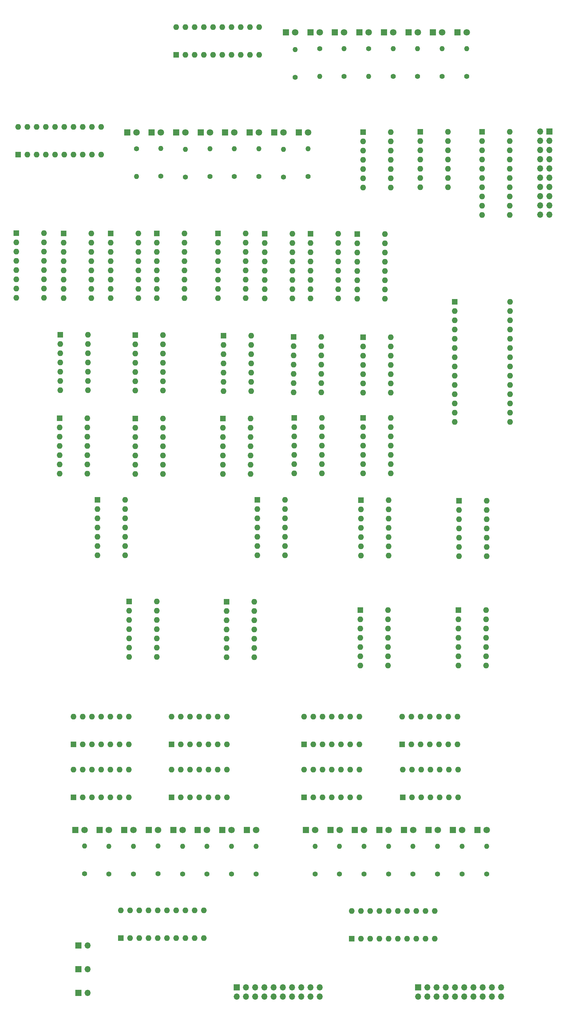
<source format=gbr>
G04 #@! TF.GenerationSoftware,KiCad,Pcbnew,8.0.2*
G04 #@! TF.CreationDate,2024-05-23T11:52:18+02:00*
G04 #@! TF.ProjectId,final-alu,66696e61-6c2d-4616-9c75-2e6b69636164,rev?*
G04 #@! TF.SameCoordinates,Original*
G04 #@! TF.FileFunction,Soldermask,Bot*
G04 #@! TF.FilePolarity,Negative*
%FSLAX46Y46*%
G04 Gerber Fmt 4.6, Leading zero omitted, Abs format (unit mm)*
G04 Created by KiCad (PCBNEW 8.0.2) date 2024-05-23 11:52:18*
%MOMM*%
%LPD*%
G01*
G04 APERTURE LIST*
%ADD10R,1.600000X1.600000*%
%ADD11O,1.600000X1.600000*%
%ADD12C,1.400000*%
%ADD13O,1.400000X1.400000*%
%ADD14R,1.800000X1.800000*%
%ADD15C,1.800000*%
%ADD16R,1.700000X1.700000*%
%ADD17O,1.700000X1.700000*%
G04 APERTURE END LIST*
D10*
X110625000Y-126175000D03*
D11*
X110625000Y-128715000D03*
X110625000Y-131255000D03*
X110625000Y-133795000D03*
X110625000Y-136335000D03*
X110625000Y-138875000D03*
X110625000Y-141415000D03*
X110625000Y-143955000D03*
X118245000Y-143955000D03*
X118245000Y-141415000D03*
X118245000Y-138875000D03*
X118245000Y-136335000D03*
X118245000Y-133795000D03*
X118245000Y-131255000D03*
X118245000Y-128715000D03*
X118245000Y-126175000D03*
D10*
X96795000Y-154040000D03*
D11*
X96795000Y-156580000D03*
X96795000Y-159120000D03*
X96795000Y-161660000D03*
X96795000Y-164200000D03*
X96795000Y-166740000D03*
X96795000Y-169280000D03*
X104415000Y-169280000D03*
X104415000Y-166740000D03*
X104415000Y-164200000D03*
X104415000Y-161660000D03*
X104415000Y-159120000D03*
X104415000Y-156580000D03*
X104415000Y-154040000D03*
D10*
X141750000Y-154330000D03*
D11*
X141750000Y-156870000D03*
X141750000Y-159410000D03*
X141750000Y-161950000D03*
X141750000Y-164490000D03*
X141750000Y-167030000D03*
X141750000Y-169570000D03*
X149370000Y-169570000D03*
X149370000Y-167030000D03*
X149370000Y-164490000D03*
X149370000Y-161950000D03*
X149370000Y-159410000D03*
X149370000Y-156870000D03*
X149370000Y-154330000D03*
D12*
X143925000Y-302312500D03*
D13*
X143925000Y-294692500D03*
D14*
X115175000Y-98455000D03*
D15*
X117715000Y-98455000D03*
D12*
X195175000Y-83062500D03*
D13*
X195175000Y-75442500D03*
D12*
X207410000Y-302325000D03*
D13*
X207410000Y-294705000D03*
D12*
X137965000Y-110575000D03*
D13*
X137965000Y-102955000D03*
D10*
X153055000Y-126305000D03*
D11*
X153055000Y-128845000D03*
X153055000Y-131385000D03*
X153055000Y-133925000D03*
X153055000Y-136465000D03*
X153055000Y-139005000D03*
X153055000Y-141545000D03*
X153055000Y-144085000D03*
X160675000Y-144085000D03*
X160675000Y-141545000D03*
X160675000Y-139005000D03*
X160675000Y-136465000D03*
X160675000Y-133925000D03*
X160675000Y-131385000D03*
X160675000Y-128845000D03*
X160675000Y-126305000D03*
D12*
X130425000Y-302312500D03*
D13*
X130425000Y-294692500D03*
D12*
X188425000Y-83062500D03*
D13*
X188425000Y-75442500D03*
D12*
X214160000Y-302325000D03*
D13*
X214160000Y-294705000D03*
D12*
X180410000Y-302325000D03*
D13*
X180410000Y-294705000D03*
D12*
X110175000Y-302312500D03*
D13*
X110175000Y-294692500D03*
D10*
X195880000Y-98300000D03*
D11*
X195880000Y-100840000D03*
X195880000Y-103380000D03*
X195880000Y-105920000D03*
X195880000Y-108460000D03*
X195880000Y-111000000D03*
X195880000Y-113540000D03*
X203500000Y-113540000D03*
X203500000Y-111000000D03*
X203500000Y-108460000D03*
X203500000Y-105920000D03*
X203500000Y-103380000D03*
X203500000Y-100840000D03*
X203500000Y-98300000D03*
D14*
X107620000Y-290192500D03*
D15*
X110160000Y-290192500D03*
D10*
X127435000Y-281205000D03*
D11*
X129975000Y-281205000D03*
X132515000Y-281205000D03*
X135055000Y-281205000D03*
X137595000Y-281205000D03*
X140135000Y-281205000D03*
X142675000Y-281205000D03*
X142675000Y-273585000D03*
X140135000Y-273585000D03*
X137595000Y-273585000D03*
X135055000Y-273585000D03*
X132515000Y-273585000D03*
X129975000Y-273585000D03*
X127435000Y-273585000D03*
D14*
X100870000Y-290192500D03*
D15*
X103410000Y-290192500D03*
D10*
X100425000Y-281205000D03*
D11*
X102965000Y-281205000D03*
X105505000Y-281205000D03*
X108045000Y-281205000D03*
X110585000Y-281205000D03*
X113125000Y-281205000D03*
X115665000Y-281205000D03*
X115665000Y-273585000D03*
X113125000Y-273585000D03*
X110585000Y-273585000D03*
X108045000Y-273585000D03*
X105505000Y-273585000D03*
X102965000Y-273585000D03*
X100425000Y-273585000D03*
D12*
X150675000Y-302312500D03*
D13*
X150675000Y-294692500D03*
D14*
X158885000Y-70942500D03*
D15*
X161425000Y-70942500D03*
D10*
X206425000Y-229755000D03*
D11*
X206425000Y-232295000D03*
X206425000Y-234835000D03*
X206425000Y-237375000D03*
X206425000Y-239915000D03*
X206425000Y-242455000D03*
X206425000Y-244995000D03*
X214045000Y-244995000D03*
X214045000Y-242455000D03*
X214045000Y-239915000D03*
X214045000Y-237375000D03*
X214045000Y-234835000D03*
X214045000Y-232295000D03*
X214045000Y-229755000D03*
D10*
X163885000Y-281255000D03*
D11*
X166425000Y-281255000D03*
X168965000Y-281255000D03*
X171505000Y-281255000D03*
X174045000Y-281255000D03*
X176585000Y-281255000D03*
X179125000Y-281255000D03*
X179125000Y-273635000D03*
X176585000Y-273635000D03*
X174045000Y-273635000D03*
X171505000Y-273635000D03*
X168965000Y-273635000D03*
X166425000Y-273635000D03*
X163885000Y-273635000D03*
D14*
X134635000Y-290192500D03*
D15*
X137175000Y-290192500D03*
D10*
X177000000Y-320075000D03*
D11*
X179540000Y-320075000D03*
X182080000Y-320075000D03*
X184620000Y-320075000D03*
X187160000Y-320075000D03*
X189700000Y-320075000D03*
X192240000Y-320075000D03*
X194780000Y-320075000D03*
X197320000Y-320075000D03*
X199860000Y-320075000D03*
X199860000Y-312455000D03*
X197320000Y-312455000D03*
X194780000Y-312455000D03*
X192240000Y-312455000D03*
X189700000Y-312455000D03*
X187160000Y-312455000D03*
X184620000Y-312455000D03*
X182080000Y-312455000D03*
X179540000Y-312455000D03*
X177000000Y-312455000D03*
D14*
X121120000Y-290192500D03*
D15*
X123660000Y-290192500D03*
D14*
X164410000Y-290205000D03*
D15*
X166950000Y-290205000D03*
D14*
X141385000Y-290192500D03*
D15*
X143925000Y-290192500D03*
D14*
X114370000Y-290192500D03*
D15*
X116910000Y-290192500D03*
D12*
X158215000Y-110705000D03*
D13*
X158215000Y-103085000D03*
D14*
X199410000Y-70942500D03*
D15*
X201950000Y-70942500D03*
D10*
X205375000Y-145000000D03*
D11*
X205375000Y-147540000D03*
X205375000Y-150080000D03*
X205375000Y-152620000D03*
X205375000Y-155160000D03*
X205375000Y-157700000D03*
X205375000Y-160240000D03*
X205375000Y-162780000D03*
X205375000Y-165320000D03*
X205375000Y-167860000D03*
X205375000Y-170400000D03*
X205375000Y-172940000D03*
X205375000Y-175480000D03*
X205375000Y-178020000D03*
X220615000Y-178020000D03*
X220615000Y-175480000D03*
X220615000Y-172940000D03*
X220615000Y-170400000D03*
X220615000Y-167860000D03*
X220615000Y-165320000D03*
X220615000Y-162780000D03*
X220615000Y-160240000D03*
X220615000Y-157700000D03*
X220615000Y-155160000D03*
X220615000Y-152620000D03*
X220615000Y-150080000D03*
X220615000Y-147540000D03*
X220615000Y-145000000D03*
D12*
X200660000Y-302325000D03*
D13*
X200660000Y-294705000D03*
D14*
X179135000Y-70942500D03*
D15*
X181675000Y-70942500D03*
D14*
X162425000Y-98455000D03*
D15*
X164965000Y-98455000D03*
D16*
X231500000Y-98170000D03*
D17*
X228960000Y-98170000D03*
X231500000Y-100710000D03*
X228960000Y-100710000D03*
X231500000Y-103250000D03*
X228960000Y-103250000D03*
X231500000Y-105790000D03*
X228960000Y-105790000D03*
X231500000Y-108330000D03*
X228960000Y-108330000D03*
X231500000Y-110870000D03*
X228960000Y-110870000D03*
X231500000Y-113410000D03*
X228960000Y-113410000D03*
X231500000Y-115950000D03*
X228960000Y-115950000D03*
X231500000Y-118490000D03*
X228960000Y-118490000D03*
X231500000Y-121030000D03*
X228960000Y-121030000D03*
D14*
X171175000Y-290205000D03*
D15*
X173715000Y-290205000D03*
D10*
X180175000Y-154715000D03*
D11*
X180175000Y-157255000D03*
X180175000Y-159795000D03*
X180175000Y-162335000D03*
X180175000Y-164875000D03*
X180175000Y-167415000D03*
X180175000Y-169955000D03*
X187795000Y-169955000D03*
X187795000Y-167415000D03*
X187795000Y-164875000D03*
X187795000Y-162335000D03*
X187795000Y-159795000D03*
X187795000Y-157255000D03*
X187795000Y-154715000D03*
D12*
X187160000Y-302325000D03*
D13*
X187160000Y-294705000D03*
D10*
X179555000Y-199505000D03*
D11*
X179555000Y-202045000D03*
X179555000Y-204585000D03*
X179555000Y-207125000D03*
X179555000Y-209665000D03*
X179555000Y-212205000D03*
X179555000Y-214745000D03*
X187175000Y-214745000D03*
X187175000Y-212205000D03*
X187175000Y-209665000D03*
X187175000Y-207125000D03*
X187175000Y-204585000D03*
X187175000Y-202045000D03*
X187175000Y-199505000D03*
D14*
X128675000Y-98455000D03*
D15*
X131215000Y-98455000D03*
D14*
X184660000Y-290205000D03*
D15*
X187200000Y-290205000D03*
D16*
X101750000Y-322000000D03*
D17*
X104290000Y-322000000D03*
D10*
X163925000Y-266705000D03*
D11*
X166465000Y-266705000D03*
X169005000Y-266705000D03*
X171545000Y-266705000D03*
X174085000Y-266705000D03*
X176625000Y-266705000D03*
X179165000Y-266705000D03*
X179165000Y-259085000D03*
X176625000Y-259085000D03*
X174085000Y-259085000D03*
X171545000Y-259085000D03*
X169005000Y-259085000D03*
X166465000Y-259085000D03*
X163925000Y-259085000D03*
D12*
X208675000Y-83062500D03*
D13*
X208675000Y-75442500D03*
D10*
X113435000Y-319955000D03*
D11*
X115975000Y-319955000D03*
X118515000Y-319955000D03*
X121055000Y-319955000D03*
X123595000Y-319955000D03*
X126135000Y-319955000D03*
X128675000Y-319955000D03*
X131215000Y-319955000D03*
X133755000Y-319955000D03*
X136295000Y-319955000D03*
X136295000Y-312335000D03*
X133755000Y-312335000D03*
X131215000Y-312335000D03*
X128675000Y-312335000D03*
X126135000Y-312335000D03*
X123595000Y-312335000D03*
X121055000Y-312335000D03*
X118515000Y-312335000D03*
X115975000Y-312335000D03*
X113435000Y-312335000D03*
D10*
X127385000Y-266705000D03*
D11*
X129925000Y-266705000D03*
X132465000Y-266705000D03*
X135005000Y-266705000D03*
X137545000Y-266705000D03*
X140085000Y-266705000D03*
X142625000Y-266705000D03*
X142625000Y-259085000D03*
X140085000Y-259085000D03*
X137545000Y-259085000D03*
X135005000Y-259085000D03*
X132465000Y-259085000D03*
X129925000Y-259085000D03*
X127385000Y-259085000D03*
D10*
X115685000Y-227425000D03*
D11*
X115685000Y-229965000D03*
X115685000Y-232505000D03*
X115685000Y-235045000D03*
X115685000Y-237585000D03*
X115685000Y-240125000D03*
X115685000Y-242665000D03*
X123305000Y-242665000D03*
X123305000Y-240125000D03*
X123305000Y-237585000D03*
X123305000Y-235045000D03*
X123305000Y-232505000D03*
X123305000Y-229965000D03*
X123305000Y-227425000D03*
D10*
X141555000Y-177125000D03*
D11*
X141555000Y-179665000D03*
X141555000Y-182205000D03*
X141555000Y-184745000D03*
X141555000Y-187285000D03*
X141555000Y-189825000D03*
X141555000Y-192365000D03*
X149175000Y-192365000D03*
X149175000Y-189825000D03*
X149175000Y-187285000D03*
X149175000Y-184745000D03*
X149175000Y-182205000D03*
X149175000Y-179665000D03*
X149175000Y-177125000D03*
D16*
X101790000Y-328475000D03*
D17*
X104330000Y-328475000D03*
D10*
X142555000Y-227465000D03*
D11*
X142555000Y-230005000D03*
X142555000Y-232545000D03*
X142555000Y-235085000D03*
X142555000Y-237625000D03*
X142555000Y-240165000D03*
X142555000Y-242705000D03*
X150175000Y-242705000D03*
X150175000Y-240165000D03*
X150175000Y-237625000D03*
X150175000Y-235085000D03*
X150175000Y-232545000D03*
X150175000Y-230005000D03*
X150175000Y-227465000D03*
D10*
X117425000Y-177125000D03*
D11*
X117425000Y-179665000D03*
X117425000Y-182205000D03*
X117425000Y-184745000D03*
X117425000Y-187285000D03*
X117425000Y-189825000D03*
X117425000Y-192365000D03*
X125045000Y-192365000D03*
X125045000Y-189825000D03*
X125045000Y-187285000D03*
X125045000Y-184745000D03*
X125045000Y-182205000D03*
X125045000Y-179665000D03*
X125045000Y-177125000D03*
D14*
X204910000Y-290205000D03*
D15*
X207450000Y-290205000D03*
D10*
X117425000Y-154125000D03*
D11*
X117425000Y-156665000D03*
X117425000Y-159205000D03*
X117425000Y-161745000D03*
X117425000Y-164285000D03*
X117425000Y-166825000D03*
X117425000Y-169365000D03*
X125045000Y-169365000D03*
X125045000Y-166825000D03*
X125045000Y-164285000D03*
X125045000Y-161745000D03*
X125045000Y-159205000D03*
X125045000Y-156665000D03*
X125045000Y-154125000D03*
D12*
X161425000Y-83312500D03*
D13*
X161425000Y-75692500D03*
D12*
X151465000Y-110515000D03*
D13*
X151465000Y-102895000D03*
D16*
X101790000Y-334975000D03*
D17*
X104330000Y-334975000D03*
D12*
X131215000Y-110705000D03*
D13*
X131215000Y-103085000D03*
D14*
X192675000Y-70942500D03*
D15*
X195215000Y-70942500D03*
D14*
X121940000Y-98455000D03*
D15*
X124480000Y-98455000D03*
D10*
X140175000Y-126215000D03*
D11*
X140175000Y-128755000D03*
X140175000Y-131295000D03*
X140175000Y-133835000D03*
X140175000Y-136375000D03*
X140175000Y-138915000D03*
X140175000Y-141455000D03*
X140175000Y-143995000D03*
X147795000Y-143995000D03*
X147795000Y-141455000D03*
X147795000Y-138915000D03*
X147795000Y-136375000D03*
X147795000Y-133835000D03*
X147795000Y-131295000D03*
X147795000Y-128755000D03*
X147795000Y-126215000D03*
D10*
X191050000Y-281255000D03*
D11*
X193590000Y-281255000D03*
X196130000Y-281255000D03*
X198670000Y-281255000D03*
X201210000Y-281255000D03*
X203750000Y-281255000D03*
X206290000Y-281255000D03*
X206290000Y-273635000D03*
X203750000Y-273635000D03*
X201210000Y-273635000D03*
X198670000Y-273635000D03*
X196130000Y-273635000D03*
X193590000Y-273635000D03*
X191050000Y-273635000D03*
D14*
X127885000Y-290192500D03*
D15*
X130425000Y-290192500D03*
D16*
X195315000Y-333455000D03*
D17*
X195315000Y-335995000D03*
X197855000Y-333455000D03*
X197855000Y-335995000D03*
X200395000Y-333455000D03*
X200395000Y-335995000D03*
X202935000Y-333455000D03*
X202935000Y-335995000D03*
X205475000Y-333455000D03*
X205475000Y-335995000D03*
X208015000Y-333455000D03*
X208015000Y-335995000D03*
X210555000Y-333455000D03*
X210555000Y-335995000D03*
X213095000Y-333455000D03*
X213095000Y-335995000D03*
X215635000Y-333455000D03*
X215635000Y-335995000D03*
X218175000Y-333455000D03*
X218175000Y-335995000D03*
D10*
X180130000Y-98380000D03*
D11*
X180130000Y-100920000D03*
X180130000Y-103460000D03*
X180130000Y-106000000D03*
X180130000Y-108540000D03*
X180130000Y-111080000D03*
X180130000Y-113620000D03*
X187750000Y-113620000D03*
X187750000Y-111080000D03*
X187750000Y-108540000D03*
X187750000Y-106000000D03*
X187750000Y-103460000D03*
X187750000Y-100920000D03*
X187750000Y-98380000D03*
D12*
X193910000Y-302325000D03*
D13*
X193910000Y-294705000D03*
D10*
X97675000Y-126215000D03*
D11*
X97675000Y-128755000D03*
X97675000Y-131295000D03*
X97675000Y-133835000D03*
X97675000Y-136375000D03*
X97675000Y-138915000D03*
X97675000Y-141455000D03*
X97675000Y-143995000D03*
X105295000Y-143995000D03*
X105295000Y-141455000D03*
X105295000Y-138915000D03*
X105295000Y-136375000D03*
X105295000Y-133835000D03*
X105295000Y-131295000D03*
X105295000Y-128755000D03*
X105295000Y-126215000D03*
D12*
X173660000Y-302325000D03*
D13*
X173660000Y-294705000D03*
D14*
X172385000Y-70942500D03*
D15*
X174925000Y-70942500D03*
D10*
X190925000Y-266705000D03*
D11*
X193465000Y-266705000D03*
X196005000Y-266705000D03*
X198545000Y-266705000D03*
X201085000Y-266705000D03*
X203625000Y-266705000D03*
X206165000Y-266705000D03*
X206165000Y-259085000D03*
X203625000Y-259085000D03*
X201085000Y-259085000D03*
X198545000Y-259085000D03*
X196005000Y-259085000D03*
X193465000Y-259085000D03*
X190925000Y-259085000D03*
D12*
X116925000Y-302312500D03*
D13*
X116925000Y-294692500D03*
D10*
X165675000Y-126305000D03*
D11*
X165675000Y-128845000D03*
X165675000Y-131385000D03*
X165675000Y-133925000D03*
X165675000Y-136465000D03*
X165675000Y-139005000D03*
X165675000Y-141545000D03*
X165675000Y-144085000D03*
X173295000Y-144085000D03*
X173295000Y-141545000D03*
X173295000Y-139005000D03*
X173295000Y-136465000D03*
X173295000Y-133925000D03*
X173295000Y-131385000D03*
X173295000Y-128845000D03*
X173295000Y-126305000D03*
D10*
X123305000Y-126175000D03*
D11*
X123305000Y-128715000D03*
X123305000Y-131255000D03*
X123305000Y-133795000D03*
X123305000Y-136335000D03*
X123305000Y-138875000D03*
X123305000Y-141415000D03*
X123305000Y-143955000D03*
X130925000Y-143955000D03*
X130925000Y-141415000D03*
X130925000Y-138875000D03*
X130925000Y-136335000D03*
X130925000Y-133795000D03*
X130925000Y-131255000D03*
X130925000Y-128715000D03*
X130925000Y-126175000D03*
D12*
X166910000Y-302325000D03*
D13*
X166910000Y-294705000D03*
D12*
X174925000Y-83062500D03*
D13*
X174925000Y-75442500D03*
D14*
X191410000Y-290205000D03*
D15*
X193950000Y-290205000D03*
D10*
X128640000Y-77120000D03*
D11*
X131180000Y-77120000D03*
X133720000Y-77120000D03*
X136260000Y-77120000D03*
X138800000Y-77120000D03*
X141340000Y-77120000D03*
X143880000Y-77120000D03*
X146420000Y-77120000D03*
X148960000Y-77120000D03*
X151500000Y-77120000D03*
X151500000Y-69500000D03*
X148960000Y-69500000D03*
X146420000Y-69500000D03*
X143880000Y-69500000D03*
X141340000Y-69500000D03*
X138800000Y-69500000D03*
X136260000Y-69500000D03*
X133720000Y-69500000D03*
X131180000Y-69500000D03*
X128640000Y-69500000D03*
D10*
X212880000Y-98250000D03*
D11*
X212880000Y-100790000D03*
X212880000Y-103330000D03*
X212880000Y-105870000D03*
X212880000Y-108410000D03*
X212880000Y-110950000D03*
X212880000Y-113490000D03*
X212880000Y-116030000D03*
X212880000Y-118570000D03*
X212880000Y-121110000D03*
X220500000Y-121110000D03*
X220500000Y-118570000D03*
X220500000Y-116030000D03*
X220500000Y-113490000D03*
X220500000Y-110950000D03*
X220500000Y-108410000D03*
X220500000Y-105870000D03*
X220500000Y-103330000D03*
X220500000Y-100790000D03*
X220500000Y-98250000D03*
D12*
X123675000Y-302252500D03*
D13*
X123675000Y-294632500D03*
D10*
X178555000Y-126385000D03*
D11*
X178555000Y-128925000D03*
X178555000Y-131465000D03*
X178555000Y-134005000D03*
X178555000Y-136545000D03*
X178555000Y-139085000D03*
X178555000Y-141625000D03*
X178555000Y-144165000D03*
X186175000Y-144165000D03*
X186175000Y-141625000D03*
X186175000Y-139085000D03*
X186175000Y-136545000D03*
X186175000Y-134005000D03*
X186175000Y-131465000D03*
X186175000Y-128925000D03*
X186175000Y-126385000D03*
D12*
X144715000Y-110515000D03*
D13*
X144715000Y-102895000D03*
D10*
X151045000Y-199465000D03*
D11*
X151045000Y-202005000D03*
X151045000Y-204545000D03*
X151045000Y-207085000D03*
X151045000Y-209625000D03*
X151045000Y-212165000D03*
X151045000Y-214705000D03*
X158665000Y-214705000D03*
X158665000Y-212165000D03*
X158665000Y-209625000D03*
X158665000Y-207085000D03*
X158665000Y-204545000D03*
X158665000Y-202005000D03*
X158665000Y-199465000D03*
D12*
X168175000Y-75442500D03*
D13*
X168175000Y-83062500D03*
D14*
X198160000Y-290205000D03*
D15*
X200700000Y-290205000D03*
D14*
X155675000Y-98455000D03*
D15*
X158215000Y-98455000D03*
D10*
X179425000Y-229795000D03*
D11*
X179425000Y-232335000D03*
X179425000Y-234875000D03*
X179425000Y-237415000D03*
X179425000Y-239955000D03*
X179425000Y-242495000D03*
X179425000Y-245035000D03*
X187045000Y-245035000D03*
X187045000Y-242495000D03*
X187045000Y-239955000D03*
X187045000Y-237415000D03*
X187045000Y-234875000D03*
X187045000Y-232335000D03*
X187045000Y-229795000D03*
D10*
X84675000Y-126120000D03*
D11*
X84675000Y-128660000D03*
X84675000Y-131200000D03*
X84675000Y-133740000D03*
X84675000Y-136280000D03*
X84675000Y-138820000D03*
X84675000Y-141360000D03*
X84675000Y-143900000D03*
X92295000Y-143900000D03*
X92295000Y-141360000D03*
X92295000Y-138820000D03*
X92295000Y-136280000D03*
X92295000Y-133740000D03*
X92295000Y-131200000D03*
X92295000Y-128660000D03*
X92295000Y-126120000D03*
D10*
X96595000Y-177040000D03*
D11*
X96595000Y-179580000D03*
X96595000Y-182120000D03*
X96595000Y-184660000D03*
X96595000Y-187200000D03*
X96595000Y-189740000D03*
X96595000Y-192280000D03*
X104215000Y-192280000D03*
X104215000Y-189740000D03*
X104215000Y-187200000D03*
X104215000Y-184660000D03*
X104215000Y-182120000D03*
X104215000Y-179580000D03*
X104215000Y-177040000D03*
D10*
X100425000Y-266705000D03*
D11*
X102965000Y-266705000D03*
X105505000Y-266705000D03*
X108045000Y-266705000D03*
X110585000Y-266705000D03*
X113125000Y-266705000D03*
X115665000Y-266705000D03*
X115665000Y-259085000D03*
X113125000Y-259085000D03*
X110585000Y-259085000D03*
X108045000Y-259085000D03*
X105505000Y-259085000D03*
X102965000Y-259085000D03*
X100425000Y-259085000D03*
D14*
X165635000Y-70942500D03*
D15*
X168175000Y-70942500D03*
D14*
X177910000Y-290205000D03*
D15*
X180450000Y-290205000D03*
D10*
X161175000Y-176965000D03*
D11*
X161175000Y-179505000D03*
X161175000Y-182045000D03*
X161175000Y-184585000D03*
X161175000Y-187125000D03*
X161175000Y-189665000D03*
X161175000Y-192205000D03*
X168795000Y-192205000D03*
X168795000Y-189665000D03*
X168795000Y-187125000D03*
X168795000Y-184585000D03*
X168795000Y-182045000D03*
X168795000Y-179505000D03*
X168795000Y-176965000D03*
D12*
X124465000Y-110455000D03*
D13*
X124465000Y-102835000D03*
D14*
X206175000Y-70942500D03*
D15*
X208715000Y-70942500D03*
D10*
X85135000Y-104575000D03*
D11*
X87675000Y-104575000D03*
X90215000Y-104575000D03*
X92755000Y-104575000D03*
X95295000Y-104575000D03*
X97835000Y-104575000D03*
X100375000Y-104575000D03*
X102915000Y-104575000D03*
X105455000Y-104575000D03*
X107995000Y-104575000D03*
X107995000Y-96955000D03*
X105455000Y-96955000D03*
X102915000Y-96955000D03*
X100375000Y-96955000D03*
X97835000Y-96955000D03*
X95295000Y-96955000D03*
X92755000Y-96955000D03*
X90215000Y-96955000D03*
X87675000Y-96955000D03*
X85135000Y-96955000D03*
D12*
X201925000Y-83062500D03*
D13*
X201925000Y-75442500D03*
D14*
X211660000Y-290205000D03*
D15*
X214200000Y-290205000D03*
D14*
X135425000Y-98455000D03*
D15*
X137965000Y-98455000D03*
D10*
X161055000Y-154675000D03*
D11*
X161055000Y-157215000D03*
X161055000Y-159755000D03*
X161055000Y-162295000D03*
X161055000Y-164835000D03*
X161055000Y-167375000D03*
X161055000Y-169915000D03*
X168675000Y-169915000D03*
X168675000Y-167375000D03*
X168675000Y-164835000D03*
X168675000Y-162295000D03*
X168675000Y-159755000D03*
X168675000Y-157215000D03*
X168675000Y-154675000D03*
D14*
X148925000Y-98455000D03*
D15*
X151465000Y-98455000D03*
D10*
X180175000Y-176915000D03*
D11*
X180175000Y-179455000D03*
X180175000Y-181995000D03*
X180175000Y-184535000D03*
X180175000Y-187075000D03*
X180175000Y-189615000D03*
X180175000Y-192155000D03*
X187795000Y-192155000D03*
X187795000Y-189615000D03*
X187795000Y-187075000D03*
X187795000Y-184535000D03*
X187795000Y-181995000D03*
X187795000Y-179455000D03*
X187795000Y-176915000D03*
D12*
X181675000Y-75442500D03*
D13*
X181675000Y-83062500D03*
D10*
X106995000Y-199420000D03*
D11*
X106995000Y-201960000D03*
X106995000Y-204500000D03*
X106995000Y-207040000D03*
X106995000Y-209580000D03*
X106995000Y-212120000D03*
X106995000Y-214660000D03*
X114615000Y-214660000D03*
X114615000Y-212120000D03*
X114615000Y-209580000D03*
X114615000Y-207040000D03*
X114615000Y-204500000D03*
X114615000Y-201960000D03*
X114615000Y-199420000D03*
D12*
X103425000Y-302252500D03*
D13*
X103425000Y-294632500D03*
D12*
X117715000Y-102895000D03*
D13*
X117715000Y-110515000D03*
D14*
X148160000Y-290192500D03*
D15*
X150700000Y-290192500D03*
D10*
X206555000Y-199715000D03*
D11*
X206555000Y-202255000D03*
X206555000Y-204795000D03*
X206555000Y-207335000D03*
X206555000Y-209875000D03*
X206555000Y-212415000D03*
X206555000Y-214955000D03*
X214175000Y-214955000D03*
X214175000Y-212415000D03*
X214175000Y-209875000D03*
X214175000Y-207335000D03*
X214175000Y-204795000D03*
X214175000Y-202255000D03*
X214175000Y-199715000D03*
D14*
X185910000Y-70942500D03*
D15*
X188450000Y-70942500D03*
D12*
X137175000Y-302312500D03*
D13*
X137175000Y-294692500D03*
D16*
X145315000Y-333455000D03*
D17*
X145315000Y-335995000D03*
X147855000Y-333455000D03*
X147855000Y-335995000D03*
X150395000Y-333455000D03*
X150395000Y-335995000D03*
X152935000Y-333455000D03*
X152935000Y-335995000D03*
X155475000Y-333455000D03*
X155475000Y-335995000D03*
X158015000Y-333455000D03*
X158015000Y-335995000D03*
X160555000Y-333455000D03*
X160555000Y-335995000D03*
X163095000Y-333455000D03*
X163095000Y-335995000D03*
X165635000Y-333455000D03*
X165635000Y-335995000D03*
X168175000Y-333455000D03*
X168175000Y-335995000D03*
D12*
X164965000Y-110575000D03*
D13*
X164965000Y-102955000D03*
D14*
X142175000Y-98455000D03*
D15*
X144715000Y-98455000D03*
M02*

</source>
